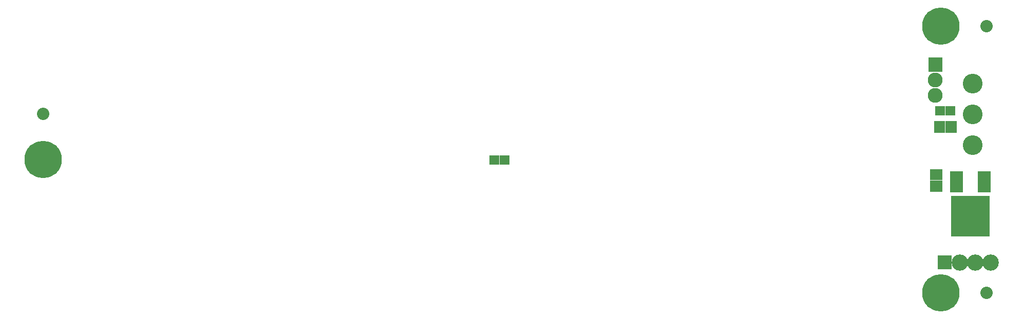
<source format=gbr>
G04 start of page 6 for group -4062 idx -4062 *
G04 Title: (unknown), soldermask *
G04 Creator: pcb 20091103 *
G04 CreationDate: Wed 16 Nov 2011 10:52:43 GMT UTC *
G04 For: jeanmarc *
G04 Format: Gerber/RS-274X *
G04 PCB-Dimensions: 657480 551181 *
G04 PCB-Coordinate-Origin: lower left *
%MOIN*%
%FSLAX25Y25*%
%LNBACKMASK*%
%ADD11C,0.0200*%
%ADD41C,0.1060*%
%ADD42C,0.0801*%
%ADD43C,0.2422*%
%ADD44C,0.1280*%
%ADD45C,0.0960*%
%ADD46R,0.0712X0.0712*%
%ADD47R,0.0594X0.0594*%
%ADD48R,0.0830X0.0830*%
%ADD49R,0.2480X0.2480*%
G54D11*G36*
X596174Y213298D02*Y204198D01*
X605274D01*
Y213298D01*
X596174D01*
G37*
G54D41*X610724Y208748D03*
X620724D03*
X630724D03*
G54D42*X627952Y188976D03*
G54D43*X598425D03*
G54D44*X618977Y324803D03*
Y304803D03*
Y284803D03*
G54D11*G36*
X590246Y341825D02*Y332725D01*
X599346D01*
Y341825D01*
X590246D01*
G37*
G54D43*X598370Y362158D03*
G54D45*X594796Y327275D03*
Y317275D03*
G54D42*X15566Y305213D03*
G54D43*Y275686D03*
G54D42*X627897Y362158D03*
G54D46*X597520Y297181D02*Y296395D01*
X605000Y297181D02*Y296395D01*
X594991Y258277D02*X595777D01*
X594991Y265757D02*X595777D01*
G54D47*X604298Y307181D02*X604692D01*
X597606D02*X598000D01*
X314936Y275189D02*X315330D01*
X308244D02*X308638D01*
G54D48*X608433Y263825D02*Y258325D01*
X626433Y263825D02*Y258325D01*
G54D49*X617433Y239575D02*Y237975D01*
M02*

</source>
